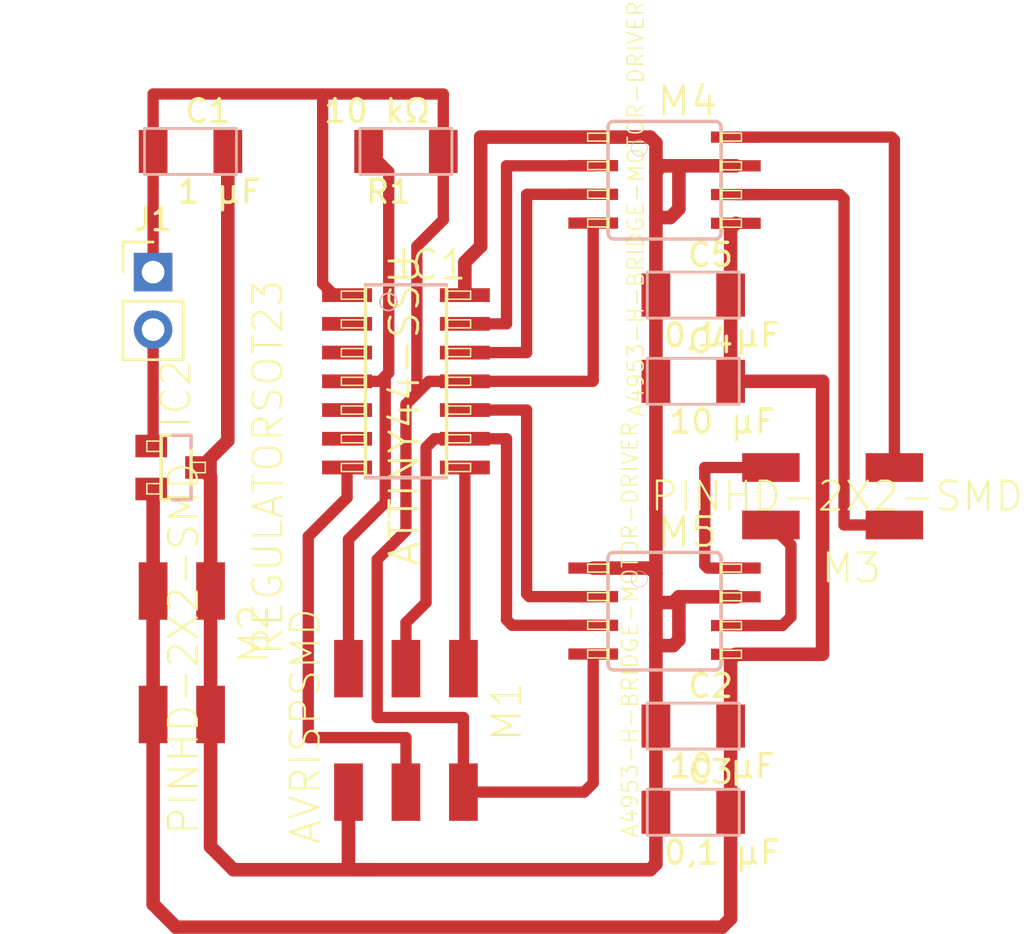
<source format=kicad_pcb>
(kicad_pcb (version 20171130) (host pcbnew "(5.0.2)-1")

  (general
    (thickness 1.6)
    (drawings 0)
    (tracks 145)
    (zones 0)
    (modules 14)
    (nets 20)
  )

  (page A4)
  (layers
    (0 F.Cu signal)
    (31 B.Cu signal)
    (32 B.Adhes user)
    (33 F.Adhes user)
    (34 B.Paste user)
    (35 F.Paste user)
    (36 B.SilkS user)
    (37 F.SilkS user)
    (38 B.Mask user)
    (39 F.Mask user)
    (40 Dwgs.User user)
    (41 Cmts.User user)
    (42 Eco1.User user)
    (43 Eco2.User user)
    (44 Edge.Cuts user)
    (45 Margin user)
    (46 B.CrtYd user)
    (47 F.CrtYd user)
    (48 B.Fab user)
    (49 F.Fab user)
  )

  (setup
    (last_trace_width 0.5)
    (trace_clearance 0.3)
    (zone_clearance 0.508)
    (zone_45_only no)
    (trace_min 0.2)
    (segment_width 0.2)
    (edge_width 0.05)
    (via_size 0.8)
    (via_drill 0.4)
    (via_min_size 0.4)
    (via_min_drill 0.3)
    (uvia_size 0.3)
    (uvia_drill 0.1)
    (uvias_allowed no)
    (uvia_min_size 0.2)
    (uvia_min_drill 0.1)
    (pcb_text_width 0.3)
    (pcb_text_size 1.5 1.5)
    (mod_edge_width 0.07)
    (mod_text_size 0.5 0.5)
    (mod_text_width 0.07)
    (pad_size 1.524 1.524)
    (pad_drill 0.762)
    (pad_to_mask_clearance 0.051)
    (solder_mask_min_width 0.25)
    (aux_axis_origin 114.3 109.22)
    (visible_elements 7FFFFFFF)
    (pcbplotparams
      (layerselection 0x00000_7fffffff)
      (usegerberextensions false)
      (usegerberattributes false)
      (usegerberadvancedattributes false)
      (creategerberjobfile false)
      (excludeedgelayer true)
      (linewidth 0.100000)
      (plotframeref false)
      (viasonmask false)
      (mode 1)
      (useauxorigin true)
      (hpglpennumber 1)
      (hpglpenspeed 20)
      (hpglpendiameter 15.000000)
      (psnegative false)
      (psa4output false)
      (plotreference true)
      (plotvalue true)
      (plotinvisibletext false)
      (padsonsilk false)
      (subtractmaskfromsilk false)
      (outputformat 1)
      (mirror false)
      (drillshape 0)
      (scaleselection 1)
      (outputdirectory ""))
  )

  (net 0 "")
  (net 1 GND)
  (net 2 VCC)
  (net 3 V)
  (net 4 "Net-(IC1-Pad13)")
  (net 5 "Net-(IC1-Pad12)")
  (net 6 "Net-(IC1-Pad10)")
  (net 7 "Net-(IC1-Pad9)")
  (net 8 "Net-(IC1-Pad8)")
  (net 9 "Net-(IC1-Pad7)")
  (net 10 "Net-(IC1-Pad6)")
  (net 11 "Net-(IC1-Pad5)")
  (net 12 "Net-(IC1-Pad4)")
  (net 13 "Net-(IC1-Pad3)")
  (net 14 "Net-(IC1-Pad2)")
  (net 15 "Net-(M3-Pad4)")
  (net 16 "Net-(M3-Pad3)")
  (net 17 "Net-(M3-Pad2)")
  (net 18 "Net-(M3-Pad1)")
  (net 19 "Net-(IC2-Pad1)")

  (net_class Default "This is the default net class."
    (clearance 0.3)
    (trace_width 0.5)
    (via_dia 0.8)
    (via_drill 0.4)
    (uvia_dia 0.3)
    (uvia_drill 0.1)
    (add_net "Net-(IC1-Pad10)")
    (add_net "Net-(IC1-Pad12)")
    (add_net "Net-(IC1-Pad13)")
    (add_net "Net-(IC1-Pad2)")
    (add_net "Net-(IC1-Pad3)")
    (add_net "Net-(IC1-Pad4)")
    (add_net "Net-(IC1-Pad5)")
    (add_net "Net-(IC1-Pad6)")
    (add_net "Net-(IC1-Pad7)")
    (add_net "Net-(IC1-Pad8)")
    (add_net "Net-(IC1-Pad9)")
    (add_net "Net-(IC2-Pad1)")
    (add_net "Net-(M3-Pad1)")
    (add_net "Net-(M3-Pad2)")
    (add_net "Net-(M3-Pad3)")
    (add_net "Net-(M3-Pad4)")
    (add_net VCC)
  )

  (net_class big ""
    (clearance 0.4)
    (trace_width 0.6)
    (via_dia 0.8)
    (via_drill 0.4)
    (uvia_dia 0.3)
    (uvia_drill 0.1)
    (add_net GND)
    (add_net V)
  )

  (module Connector_PinHeader_2.54mm:PinHeader_1x02_P2.54mm_Vertical (layer F.Cu) (tedit 59FED5CC) (tstamp 5CE8F6B9)
    (at 118.364 78.994)
    (descr "Through hole straight pin header, 1x02, 2.54mm pitch, single row")
    (tags "Through hole pin header THT 1x02 2.54mm single row")
    (path /5CDCFC8E)
    (fp_text reference J1 (at 0 -2.33) (layer F.SilkS)
      (effects (font (size 1 1) (thickness 0.15)))
    )
    (fp_text value Conn_01x02_Male (at 0 4.87) (layer F.Fab)
      (effects (font (size 1 1) (thickness 0.15)))
    )
    (fp_line (start -0.635 -1.27) (end 1.27 -1.27) (layer F.Fab) (width 0.1))
    (fp_line (start 1.27 -1.27) (end 1.27 3.81) (layer F.Fab) (width 0.1))
    (fp_line (start 1.27 3.81) (end -1.27 3.81) (layer F.Fab) (width 0.1))
    (fp_line (start -1.27 3.81) (end -1.27 -0.635) (layer F.Fab) (width 0.1))
    (fp_line (start -1.27 -0.635) (end -0.635 -1.27) (layer F.Fab) (width 0.1))
    (fp_line (start -1.33 3.87) (end 1.33 3.87) (layer F.SilkS) (width 0.12))
    (fp_line (start -1.33 1.27) (end -1.33 3.87) (layer F.SilkS) (width 0.12))
    (fp_line (start 1.33 1.27) (end 1.33 3.87) (layer F.SilkS) (width 0.12))
    (fp_line (start -1.33 1.27) (end 1.33 1.27) (layer F.SilkS) (width 0.12))
    (fp_line (start -1.33 0) (end -1.33 -1.33) (layer F.SilkS) (width 0.12))
    (fp_line (start -1.33 -1.33) (end 0 -1.33) (layer F.SilkS) (width 0.12))
    (fp_line (start -1.8 -1.8) (end -1.8 4.35) (layer F.CrtYd) (width 0.05))
    (fp_line (start -1.8 4.35) (end 1.8 4.35) (layer F.CrtYd) (width 0.05))
    (fp_line (start 1.8 4.35) (end 1.8 -1.8) (layer F.CrtYd) (width 0.05))
    (fp_line (start 1.8 -1.8) (end -1.8 -1.8) (layer F.CrtYd) (width 0.05))
    (fp_text user %R (at 0 1.27 90) (layer F.Fab)
      (effects (font (size 1 1) (thickness 0.15)))
    )
    (pad 1 thru_hole rect (at 0 0) (size 1.7 1.7) (drill 1) (layers *.Cu *.Mask)
      (net 2 VCC))
    (pad 2 thru_hole oval (at 0 2.54) (size 1.7 1.7) (drill 1) (layers *.Cu *.Mask)
      (net 19 "Net-(IC2-Pad1)"))
    (model ${KISYS3DMOD}/Connector_PinHeader_2.54mm.3dshapes/PinHeader_1x02_P2.54mm_Vertical.wrl
      (at (xyz 0 0 0))
      (scale (xyz 1 1 1))
      (rotate (xyz 0 0 0))
    )
  )

  (module fab:fab-R1206FAB (layer F.Cu) (tedit 200000) (tstamp 5CD9F140)
    (at 129.54 73.66 180)
    (path /5CD9A6EC)
    (attr smd)
    (fp_text reference R1 (at 0.762 -1.778) (layer F.SilkS)
      (effects (font (size 1.016 1.016) (thickness 0.1524)))
    )
    (fp_text value "10 kΩ" (at 1.27 1.778) (layer F.SilkS)
      (effects (font (size 1.016 1.016) (thickness 0.1524)))
    )
    (fp_line (start -2.032 1.016) (end -2.032 -1.016) (layer B.SilkS) (width 0.127))
    (fp_line (start 2.032 1.016) (end -2.032 1.016) (layer B.SilkS) (width 0.127))
    (fp_line (start 2.032 -1.016) (end 2.032 1.016) (layer B.SilkS) (width 0.127))
    (fp_line (start -2.032 -1.016) (end 2.032 -1.016) (layer B.SilkS) (width 0.127))
    (pad 2 smd rect (at 1.651 0 180) (size 1.27 1.905) (layers F.Cu F.Paste F.Mask)
      (net 12 "Net-(IC1-Pad4)"))
    (pad 1 smd rect (at -1.651 0 180) (size 1.27 1.905) (layers F.Cu F.Paste F.Mask)
      (net 2 VCC))
    (model ${KISYS3DMOD}/Resistor_SMD.3dshapes/R_1206_3216Metric.wrl
      (at (xyz 0 0 0))
      (scale (xyz 1 1 1))
      (rotate (xyz 0 0 0))
    )
  )

  (module fab:fab-SOIC8 (layer F.Cu) (tedit 200000) (tstamp 5CDC1256)
    (at 140.97 93.98 270)
    (descr "WIDE PLASTIC GULL WING SMALL OUTLINE PACKAGE")
    (tags "WIDE PLASTIC GULL WING SMALL OUTLINE PACKAGE")
    (path /5CD9BD3A)
    (attr smd)
    (fp_text reference M5 (at -3.4925 -1.016) (layer F.SilkS)
      (effects (font (size 1.27 1.27) (thickness 0.127)))
    )
    (fp_text value A4953-H-BRIDGE-MOTOR-DRIVER (at 0.8128 1.524 90) (layer F.SilkS)
      (effects (font (size 0.7 0.7) (thickness 0.07)))
    )
    (fp_arc (start -2.3495 2.2479) (end -2.3495 2.49936) (angle 90) (layer B.SilkS) (width 0.1524))
    (fp_arc (start 2.3495 2.2479) (end 2.59842 2.2479) (angle 90) (layer B.SilkS) (width 0.1524))
    (fp_arc (start 2.3495 -2.2479) (end 2.3495 -2.49936) (angle 90) (layer B.SilkS) (width 0.1524))
    (fp_arc (start -2.3495 -2.2479) (end -2.59842 -2.2479) (angle 90) (layer B.SilkS) (width 0.1524))
    (fp_circle (center -1.41986 1.11252) (end -1.66878 1.36144) (layer B.SilkS) (width 0.0254))
    (fp_line (start 2.59842 2.2479) (end 2.59842 -2.2479) (layer B.SilkS) (width 0.1524))
    (fp_line (start -2.59842 -2.2479) (end -2.59842 2.23774) (layer B.SilkS) (width 0.1524))
    (fp_line (start -2.2098 2.49936) (end -2.33934 2.49936) (layer B.SilkS) (width 0.1524))
    (fp_line (start -0.94996 2.49936) (end -1.5875 2.49936) (layer B.SilkS) (width 0.1524))
    (fp_line (start 0.3175 2.49936) (end -0.32766 2.49936) (layer B.SilkS) (width 0.1524))
    (fp_line (start 1.5875 2.49936) (end 0.9398 2.49936) (layer B.SilkS) (width 0.1524))
    (fp_line (start 2.19964 2.49936) (end 2.32918 2.49936) (layer B.SilkS) (width 0.1524))
    (fp_line (start 2.2098 -2.49936) (end 2.35966 -2.49936) (layer B.SilkS) (width 0.1524))
    (fp_line (start 0.94996 -2.49936) (end 1.5875 -2.49936) (layer B.SilkS) (width 0.1524))
    (fp_line (start -0.3175 -2.49936) (end 0.3175 -2.49936) (layer B.SilkS) (width 0.1524))
    (fp_line (start -1.5875 -2.49936) (end -0.94996 -2.49936) (layer B.SilkS) (width 0.1524))
    (fp_line (start -2.2098 -2.49936) (end -2.33934 -2.49936) (layer B.SilkS) (width 0.1524))
    (fp_line (start -2.33934 -2.49936) (end 2.35966 -2.49936) (layer F.SilkS) (width 0.1524))
    (fp_line (start 2.35966 2.49936) (end -2.33934 2.49936) (layer F.SilkS) (width 0.1524))
    (fp_line (start -2.07772 3.39852) (end -2.07772 2.49936) (layer F.SilkS) (width 0.06604))
    (fp_line (start -2.07772 2.49936) (end -1.72974 2.49936) (layer F.SilkS) (width 0.06604))
    (fp_line (start -1.72974 3.39852) (end -1.72974 2.49936) (layer F.SilkS) (width 0.06604))
    (fp_line (start -2.07772 3.39852) (end -1.72974 3.39852) (layer F.SilkS) (width 0.06604))
    (fp_line (start -0.81788 3.39852) (end -0.81788 2.49936) (layer F.SilkS) (width 0.06604))
    (fp_line (start -0.81788 2.49936) (end -0.4699 2.49936) (layer F.SilkS) (width 0.06604))
    (fp_line (start -0.4699 3.39852) (end -0.4699 2.49936) (layer F.SilkS) (width 0.06604))
    (fp_line (start -0.81788 3.39852) (end -0.4699 3.39852) (layer F.SilkS) (width 0.06604))
    (fp_line (start 0.44958 3.39852) (end 0.44958 2.49936) (layer F.SilkS) (width 0.06604))
    (fp_line (start 0.44958 2.49936) (end 0.79756 2.49936) (layer F.SilkS) (width 0.06604))
    (fp_line (start 0.79756 3.39852) (end 0.79756 2.49936) (layer F.SilkS) (width 0.06604))
    (fp_line (start 0.44958 3.39852) (end 0.79756 3.39852) (layer F.SilkS) (width 0.06604))
    (fp_line (start 1.71958 3.39852) (end 1.71958 2.49936) (layer F.SilkS) (width 0.06604))
    (fp_line (start 1.71958 2.49936) (end 2.06756 2.49936) (layer F.SilkS) (width 0.06604))
    (fp_line (start 2.06756 3.39852) (end 2.06756 2.49936) (layer F.SilkS) (width 0.06604))
    (fp_line (start 1.71958 3.39852) (end 2.06756 3.39852) (layer F.SilkS) (width 0.06604))
    (fp_line (start 1.72974 -2.49936) (end 1.72974 -3.39852) (layer F.SilkS) (width 0.06604))
    (fp_line (start 1.72974 -3.39852) (end 2.07772 -3.39852) (layer F.SilkS) (width 0.06604))
    (fp_line (start 2.07772 -2.49936) (end 2.07772 -3.39852) (layer F.SilkS) (width 0.06604))
    (fp_line (start 1.72974 -2.49936) (end 2.07772 -2.49936) (layer F.SilkS) (width 0.06604))
    (fp_line (start 0.45974 -2.49936) (end 0.45974 -3.39852) (layer F.SilkS) (width 0.06604))
    (fp_line (start 0.45974 -3.39852) (end 0.80772 -3.39852) (layer F.SilkS) (width 0.06604))
    (fp_line (start 0.80772 -2.49936) (end 0.80772 -3.39852) (layer F.SilkS) (width 0.06604))
    (fp_line (start 0.45974 -2.49936) (end 0.80772 -2.49936) (layer F.SilkS) (width 0.06604))
    (fp_line (start -0.80772 -2.49936) (end -0.80772 -3.39852) (layer F.SilkS) (width 0.06604))
    (fp_line (start -0.80772 -3.39852) (end -0.45974 -3.39852) (layer F.SilkS) (width 0.06604))
    (fp_line (start -0.45974 -2.49936) (end -0.45974 -3.39852) (layer F.SilkS) (width 0.06604))
    (fp_line (start -0.80772 -2.49936) (end -0.45974 -2.49936) (layer F.SilkS) (width 0.06604))
    (fp_line (start -2.07772 -2.49936) (end -2.07772 -3.39852) (layer F.SilkS) (width 0.06604))
    (fp_line (start -2.07772 -3.39852) (end -1.72974 -3.39852) (layer F.SilkS) (width 0.06604))
    (fp_line (start -1.72974 -2.49936) (end -1.72974 -3.39852) (layer F.SilkS) (width 0.06604))
    (fp_line (start -2.07772 -2.49936) (end -1.72974 -2.49936) (layer F.SilkS) (width 0.06604))
    (pad 8 smd rect (at -1.905 -3.15214 270) (size 0.49784 2.19964) (layers F.Cu F.Paste F.Mask)
      (net 15 "Net-(M3-Pad4)"))
    (pad 7 smd rect (at -0.635 -3.15214 270) (size 0.49784 2.19964) (layers F.Cu F.Paste F.Mask)
      (net 1 GND))
    (pad 6 smd rect (at 0.635 -3.15214 270) (size 0.49784 2.19964) (layers F.Cu F.Paste F.Mask)
      (net 17 "Net-(M3-Pad2)"))
    (pad 5 smd rect (at 1.905 -3.15214 270) (size 0.49784 2.19964) (layers F.Cu F.Paste F.Mask)
      (net 3 V))
    (pad 4 smd rect (at 1.89484 3.15214 270) (size 0.49784 2.19964) (layers F.Cu F.Paste F.Mask)
      (net 2 VCC))
    (pad 3 smd rect (at 0.62484 3.15214 270) (size 0.49784 2.19964) (layers F.Cu F.Paste F.Mask)
      (net 7 "Net-(IC1-Pad9)"))
    (pad 2 smd rect (at -0.64262 3.15214 270) (size 0.49784 2.19964) (layers F.Cu F.Paste F.Mask)
      (net 6 "Net-(IC1-Pad10)"))
    (pad 1 smd rect (at -1.905 3.15214 270) (size 0.49784 2.19964) (layers F.Cu F.Paste F.Mask)
      (net 1 GND))
    (model ${KISYS3DMOD}/Package_SO.3dshapes/SOIC-8-1EP_3.9x4.9mm_P1.27mm_EP2.35x2.35mm.step
      (at (xyz 0 0 0))
      (scale (xyz 1 1 1))
      (rotate (xyz 0 0 -90))
    )
  )

  (module fab:fab-SOIC8 (layer F.Cu) (tedit 200000) (tstamp 5CDA130C)
    (at 140.97 74.93 270)
    (descr "WIDE PLASTIC GULL WING SMALL OUTLINE PACKAGE")
    (tags "WIDE PLASTIC GULL WING SMALL OUTLINE PACKAGE")
    (path /5CDD0509)
    (attr smd)
    (fp_text reference M4 (at -3.4925 -1.016) (layer F.SilkS)
      (effects (font (size 1.27 1.27) (thickness 0.127)))
    )
    (fp_text value A4953-H-BRIDGE-MOTOR-DRIVER (at 1.27 1.27 90) (layer F.SilkS)
      (effects (font (size 0.7 0.7) (thickness 0.07)))
    )
    (fp_arc (start -2.3495 2.2479) (end -2.3495 2.49936) (angle 90) (layer B.SilkS) (width 0.1524))
    (fp_arc (start 2.3495 2.2479) (end 2.59842 2.2479) (angle 90) (layer B.SilkS) (width 0.1524))
    (fp_arc (start 2.3495 -2.2479) (end 2.3495 -2.49936) (angle 90) (layer B.SilkS) (width 0.1524))
    (fp_arc (start -2.3495 -2.2479) (end -2.59842 -2.2479) (angle 90) (layer B.SilkS) (width 0.1524))
    (fp_circle (center -1.41986 1.11252) (end -1.66878 1.36144) (layer B.SilkS) (width 0.0254))
    (fp_line (start 2.59842 2.2479) (end 2.59842 -2.2479) (layer B.SilkS) (width 0.1524))
    (fp_line (start -2.59842 -2.2479) (end -2.59842 2.23774) (layer B.SilkS) (width 0.1524))
    (fp_line (start -2.2098 2.49936) (end -2.33934 2.49936) (layer B.SilkS) (width 0.1524))
    (fp_line (start -0.94996 2.49936) (end -1.5875 2.49936) (layer B.SilkS) (width 0.1524))
    (fp_line (start 0.3175 2.49936) (end -0.32766 2.49936) (layer B.SilkS) (width 0.1524))
    (fp_line (start 1.5875 2.49936) (end 0.9398 2.49936) (layer B.SilkS) (width 0.1524))
    (fp_line (start 2.19964 2.49936) (end 2.32918 2.49936) (layer B.SilkS) (width 0.1524))
    (fp_line (start 2.2098 -2.49936) (end 2.35966 -2.49936) (layer B.SilkS) (width 0.1524))
    (fp_line (start 0.94996 -2.49936) (end 1.5875 -2.49936) (layer B.SilkS) (width 0.1524))
    (fp_line (start -0.3175 -2.49936) (end 0.3175 -2.49936) (layer B.SilkS) (width 0.1524))
    (fp_line (start -1.5875 -2.49936) (end -0.94996 -2.49936) (layer B.SilkS) (width 0.1524))
    (fp_line (start -2.2098 -2.49936) (end -2.33934 -2.49936) (layer B.SilkS) (width 0.1524))
    (fp_line (start -2.33934 -2.49936) (end 2.35966 -2.49936) (layer F.SilkS) (width 0.1524))
    (fp_line (start 2.35966 2.49936) (end -2.33934 2.49936) (layer F.SilkS) (width 0.1524))
    (fp_line (start -2.07772 3.39852) (end -2.07772 2.49936) (layer F.SilkS) (width 0.06604))
    (fp_line (start -2.07772 2.49936) (end -1.72974 2.49936) (layer F.SilkS) (width 0.06604))
    (fp_line (start -1.72974 3.39852) (end -1.72974 2.49936) (layer F.SilkS) (width 0.06604))
    (fp_line (start -2.07772 3.39852) (end -1.72974 3.39852) (layer F.SilkS) (width 0.06604))
    (fp_line (start -0.81788 3.39852) (end -0.81788 2.49936) (layer F.SilkS) (width 0.06604))
    (fp_line (start -0.81788 2.49936) (end -0.4699 2.49936) (layer F.SilkS) (width 0.06604))
    (fp_line (start -0.4699 3.39852) (end -0.4699 2.49936) (layer F.SilkS) (width 0.06604))
    (fp_line (start -0.81788 3.39852) (end -0.4699 3.39852) (layer F.SilkS) (width 0.06604))
    (fp_line (start 0.44958 3.39852) (end 0.44958 2.49936) (layer F.SilkS) (width 0.06604))
    (fp_line (start 0.44958 2.49936) (end 0.79756 2.49936) (layer F.SilkS) (width 0.06604))
    (fp_line (start 0.79756 3.39852) (end 0.79756 2.49936) (layer F.SilkS) (width 0.06604))
    (fp_line (start 0.44958 3.39852) (end 0.79756 3.39852) (layer F.SilkS) (width 0.06604))
    (fp_line (start 1.71958 3.39852) (end 1.71958 2.49936) (layer F.SilkS) (width 0.06604))
    (fp_line (start 1.71958 2.49936) (end 2.06756 2.49936) (layer F.SilkS) (width 0.06604))
    (fp_line (start 2.06756 3.39852) (end 2.06756 2.49936) (layer F.SilkS) (width 0.06604))
    (fp_line (start 1.71958 3.39852) (end 2.06756 3.39852) (layer F.SilkS) (width 0.06604))
    (fp_line (start 1.72974 -2.49936) (end 1.72974 -3.39852) (layer F.SilkS) (width 0.06604))
    (fp_line (start 1.72974 -3.39852) (end 2.07772 -3.39852) (layer F.SilkS) (width 0.06604))
    (fp_line (start 2.07772 -2.49936) (end 2.07772 -3.39852) (layer F.SilkS) (width 0.06604))
    (fp_line (start 1.72974 -2.49936) (end 2.07772 -2.49936) (layer F.SilkS) (width 0.06604))
    (fp_line (start 0.45974 -2.49936) (end 0.45974 -3.39852) (layer F.SilkS) (width 0.06604))
    (fp_line (start 0.45974 -3.39852) (end 0.80772 -3.39852) (layer F.SilkS) (width 0.06604))
    (fp_line (start 0.80772 -2.49936) (end 0.80772 -3.39852) (layer F.SilkS) (width 0.06604))
    (fp_line (start 0.45974 -2.49936) (end 0.80772 -2.49936) (layer F.SilkS) (width 0.06604))
    (fp_line (start -0.80772 -2.49936) (end -0.80772 -3.39852) (layer F.SilkS) (width 0.06604))
    (fp_line (start -0.80772 -3.39852) (end -0.45974 -3.39852) (layer F.SilkS) (width 0.06604))
    (fp_line (start -0.45974 -2.49936) (end -0.45974 -3.39852) (layer F.SilkS) (width 0.06604))
    (fp_line (start -0.80772 -2.49936) (end -0.45974 -2.49936) (layer F.SilkS) (width 0.06604))
    (fp_line (start -2.07772 -2.49936) (end -2.07772 -3.39852) (layer F.SilkS) (width 0.06604))
    (fp_line (start -2.07772 -3.39852) (end -1.72974 -3.39852) (layer F.SilkS) (width 0.06604))
    (fp_line (start -1.72974 -2.49936) (end -1.72974 -3.39852) (layer F.SilkS) (width 0.06604))
    (fp_line (start -2.07772 -2.49936) (end -1.72974 -2.49936) (layer F.SilkS) (width 0.06604))
    (pad 8 smd rect (at -1.905 -3.15214 270) (size 0.49784 2.19964) (layers F.Cu F.Paste F.Mask)
      (net 16 "Net-(M3-Pad3)"))
    (pad 7 smd rect (at -0.635 -3.15214 270) (size 0.49784 2.19964) (layers F.Cu F.Paste F.Mask)
      (net 1 GND))
    (pad 6 smd rect (at 0.635 -3.15214 270) (size 0.49784 2.19964) (layers F.Cu F.Paste F.Mask)
      (net 18 "Net-(M3-Pad1)"))
    (pad 5 smd rect (at 1.905 -3.15214 270) (size 0.49784 2.19964) (layers F.Cu F.Paste F.Mask)
      (net 3 V))
    (pad 4 smd rect (at 1.89484 3.15214 270) (size 0.49784 2.19964) (layers F.Cu F.Paste F.Mask)
      (net 2 VCC))
    (pad 3 smd rect (at 0.62484 3.15214 270) (size 0.49784 2.19964) (layers F.Cu F.Paste F.Mask)
      (net 5 "Net-(IC1-Pad12)"))
    (pad 2 smd rect (at -0.64262 3.15214 270) (size 0.49784 2.19964) (layers F.Cu F.Paste F.Mask)
      (net 4 "Net-(IC1-Pad13)"))
    (pad 1 smd rect (at -1.905 3.15214 270) (size 0.49784 2.19964) (layers F.Cu F.Paste F.Mask)
      (net 1 GND))
    (model ${KISYS3DMOD}/Package_SO.3dshapes/SOIC-8-1EP_3.9x4.9mm_P1.27mm_EP2.35x2.35mm.step
      (at (xyz 0 0 0))
      (scale (xyz 1 1 1))
      (rotate (xyz 0 0 -90))
    )
  )

  (module fab:fab-2X02SMD (layer F.Cu) (tedit 200000) (tstamp 5CD9F5DA)
    (at 148.59 88.9 180)
    (path /5CD9D5A9)
    (attr smd)
    (fp_text reference M3 (at -0.635 -3.175) (layer F.SilkS)
      (effects (font (size 1.27 1.27) (thickness 0.1016)))
    )
    (fp_text value PINHD-2X2-SMD (at 0 0) (layer F.SilkS)
      (effects (font (size 1.27 1.27) (thickness 0.1016)))
    )
    (pad 4 smd rect (at 2.91846 1.27 180) (size 2.54 1.27) (layers F.Cu F.Paste F.Mask)
      (net 15 "Net-(M3-Pad4)"))
    (pad 3 smd rect (at -2.54 1.27 180) (size 2.54 1.27) (layers F.Cu F.Paste F.Mask)
      (net 16 "Net-(M3-Pad3)"))
    (pad 2 smd rect (at 2.91846 -1.27 180) (size 2.54 1.27) (layers F.Cu F.Paste F.Mask)
      (net 17 "Net-(M3-Pad2)"))
    (pad 1 smd rect (at -2.54 -1.27 180) (size 2.54 1.27) (layers F.Cu F.Paste F.Mask)
      (net 18 "Net-(M3-Pad1)"))
    (model ${KISYS3DMOD}/Connector_PinHeader_2.54mm.3dshapes/PinHeader_2x02_P2.54mm_Vertical_SMD.step
      (at (xyz 0 0 0))
      (scale (xyz 1 1 1))
      (rotate (xyz 0 0 0))
    )
  )

  (module fab:fab-2X02SMD (layer F.Cu) (tedit 200000) (tstamp 5CD9F0B0)
    (at 119.634 95.62846 270)
    (path /5CD9ACD2)
    (attr smd)
    (fp_text reference M2 (at -0.635 -3.175 90) (layer F.SilkS)
      (effects (font (size 1.27 1.27) (thickness 0.1016)))
    )
    (fp_text value PINHD-2X2-SMD (at 0 -0.0762 90) (layer F.SilkS)
      (effects (font (size 1.27 1.27) (thickness 0.1016)))
    )
    (pad 4 smd rect (at 2.91846 1.27 270) (size 2.54 1.27) (layers F.Cu F.Paste F.Mask)
      (net 3 V))
    (pad 3 smd rect (at -2.54 1.27 270) (size 2.54 1.27) (layers F.Cu F.Paste F.Mask)
      (net 3 V))
    (pad 2 smd rect (at 2.91846 -1.27 270) (size 2.54 1.27) (layers F.Cu F.Paste F.Mask)
      (net 1 GND))
    (pad 1 smd rect (at -2.54 -1.27 270) (size 2.54 1.27) (layers F.Cu F.Paste F.Mask)
      (net 1 GND))
    (model ${KISYS3DMOD}/Connector_PinHeader_2.54mm.3dshapes/PinHeader_2x02_P2.54mm_Vertical_SMD.step
      (at (xyz 0 0 0))
      (scale (xyz 1 1 1))
      (rotate (xyz 0 0 0))
    )
  )

  (module fab:fab-2X03SMD (layer F.Cu) (tedit 200000) (tstamp 5CD9F0A8)
    (at 129.54 99.06 270)
    (path /5CD9B38B)
    (attr smd)
    (fp_text reference M1 (at -0.635 -4.445 90) (layer F.SilkS)
      (effects (font (size 1.27 1.27) (thickness 0.1016)))
    )
    (fp_text value AVRISPSMD (at 0 4.445 90) (layer F.SilkS)
      (effects (font (size 1.27 1.27) (thickness 0.1016)))
    )
    (pad 6 smd rect (at 2.91846 2.54 270) (size 2.54 1.27) (layers F.Cu F.Paste F.Mask)
      (net 1 GND))
    (pad 5 smd rect (at -2.54 2.54 270) (size 2.54 1.27) (layers F.Cu F.Paste F.Mask)
      (net 12 "Net-(IC1-Pad4)"))
    (pad 4 smd rect (at 2.91846 0 270) (size 2.54 1.27) (layers F.Cu F.Paste F.Mask)
      (net 9 "Net-(IC1-Pad7)"))
    (pad 3 smd rect (at -2.54 0 270) (size 2.54 1.27) (layers F.Cu F.Paste F.Mask)
      (net 7 "Net-(IC1-Pad9)"))
    (pad 2 smd rect (at 2.91846 -2.54 270) (size 2.54 1.27) (layers F.Cu F.Paste F.Mask)
      (net 2 VCC))
    (pad 1 smd rect (at -2.54 -2.54 270) (size 2.54 1.27) (layers F.Cu F.Paste F.Mask)
      (net 8 "Net-(IC1-Pad8)"))
    (model Pin_Headers.3dshapes/Pin_Header_Straight_2x03.wrl
      (at (xyz 0 0 0))
      (scale (xyz 1 1 1))
      (rotate (xyz 0 0 -90))
    )
    (model ${KISYS3DMOD}/Connector_PinHeader_2.54mm.3dshapes/PinHeader_2x03_P2.54mm_Vertical_SMD.step
      (at (xyz 0 0 0))
      (scale (xyz 1 1 1))
      (rotate (xyz 0 0 0))
    )
  )

  (module fab:fab-SOT23 (layer F.Cu) (tedit 200000) (tstamp 5CD9FC07)
    (at 119.38 87.63 270)
    (descr "SOT 23")
    (tags "SOT 23")
    (path /5CD9B86C)
    (attr smd)
    (fp_text reference IC2 (at -3.2512 0 90) (layer F.SilkS)
      (effects (font (size 1.27 1.27) (thickness 0.1016)))
    )
    (fp_text value REGULATORSOT23 (at 0 -4.064 90) (layer F.SilkS)
      (effects (font (size 1.27 1.27) (thickness 0.1016)))
    )
    (fp_line (start 0.8636 -0.6604) (end 1.4224 -0.6604) (layer B.SilkS) (width 0.1524))
    (fp_line (start 1.4224 -0.6604) (end 1.4224 0.1524) (layer B.SilkS) (width 0.1524))
    (fp_line (start -1.4224 -0.6604) (end -0.8636 -0.6604) (layer B.SilkS) (width 0.1524))
    (fp_line (start -1.4224 0.1524) (end -1.4224 -0.6604) (layer B.SilkS) (width 0.1524))
    (fp_line (start -1.4224 -0.6604) (end 1.4224 -0.6604) (layer F.SilkS) (width 0.1524))
    (fp_line (start -1.4224 0.6604) (end -1.4224 -0.6604) (layer F.SilkS) (width 0.1524))
    (fp_line (start 1.4224 0.6604) (end -1.4224 0.6604) (layer F.SilkS) (width 0.1524))
    (fp_line (start 1.4224 -0.6604) (end 1.4224 0.6604) (layer F.SilkS) (width 0.1524))
    (fp_line (start -1.1684 1.29286) (end -1.1684 0.7112) (layer F.SilkS) (width 0.06604))
    (fp_line (start -1.1684 0.7112) (end -0.7112 0.7112) (layer F.SilkS) (width 0.06604))
    (fp_line (start -0.7112 1.29286) (end -0.7112 0.7112) (layer F.SilkS) (width 0.06604))
    (fp_line (start -1.1684 1.29286) (end -0.7112 1.29286) (layer F.SilkS) (width 0.06604))
    (fp_line (start 0.7112 1.29286) (end 0.7112 0.7112) (layer F.SilkS) (width 0.06604))
    (fp_line (start 0.7112 0.7112) (end 1.1684 0.7112) (layer F.SilkS) (width 0.06604))
    (fp_line (start 1.1684 1.29286) (end 1.1684 0.7112) (layer F.SilkS) (width 0.06604))
    (fp_line (start 0.7112 1.29286) (end 1.1684 1.29286) (layer F.SilkS) (width 0.06604))
    (fp_line (start -0.2286 -0.7112) (end -0.2286 -1.29286) (layer F.SilkS) (width 0.06604))
    (fp_line (start -0.2286 -1.29286) (end 0.2286 -1.29286) (layer F.SilkS) (width 0.06604))
    (fp_line (start 0.2286 -0.7112) (end 0.2286 -1.29286) (layer F.SilkS) (width 0.06604))
    (fp_line (start -0.2286 -0.7112) (end 0.2286 -0.7112) (layer F.SilkS) (width 0.06604))
    (pad 3 smd rect (at 0 -1.09982 270) (size 0.99822 1.39954) (layers F.Cu F.Paste F.Mask)
      (net 1 GND))
    (pad 2 smd rect (at 0.94996 1.09982 270) (size 0.99822 1.39954) (layers F.Cu F.Paste F.Mask)
      (net 3 V))
    (pad 1 smd rect (at -0.94996 1.09982 270) (size 0.99822 1.39954) (layers F.Cu F.Paste F.Mask)
      (net 19 "Net-(IC2-Pad1)"))
    (model ${KISYS3DMOD}/Package_TO_SOT_SMD.3dshapes/SOT-23.wrl
      (at (xyz 0 0 0))
      (scale (xyz 1 1 1))
      (rotate (xyz 0 0 -90))
    )
  )

  (module fab:fab-SOIC14 (layer F.Cu) (tedit 200000) (tstamp 5CD9F9A3)
    (at 129.54 83.82 270)
    (descr "SMALL OUTLINE PACKAGE")
    (tags "SMALL OUTLINE PACKAGE")
    (path /5CD99E0B)
    (attr smd)
    (fp_text reference IC1 (at -5.1435 -1.143) (layer F.SilkS)
      (effects (font (size 1.27 1.27) (thickness 0.127)))
    )
    (fp_text value ATTINY44-SSU (at 1.27 0.0635 90) (layer F.SilkS)
      (effects (font (size 1.27 1.27) (thickness 0.127)))
    )
    (fp_circle (center -3.5052 0.7747) (end -3.7719 1.0414) (layer B.SilkS) (width 0.0762))
    (fp_line (start -4.26466 -1.7907) (end -4.26466 1.7907) (layer B.SilkS) (width 0.1524))
    (fp_line (start 4.26466 -1.7907) (end -4.26466 -1.7907) (layer F.SilkS) (width 0.1524))
    (fp_line (start 4.26466 1.7907) (end 4.26466 -1.7907) (layer B.SilkS) (width 0.1524))
    (fp_line (start -4.26466 1.7907) (end 4.26466 1.7907) (layer F.SilkS) (width 0.1524))
    (fp_line (start -3.9878 2.8575) (end -3.9878 1.8415) (layer F.SilkS) (width 0.06604))
    (fp_line (start -3.9878 1.8415) (end -3.62966 1.8415) (layer F.SilkS) (width 0.06604))
    (fp_line (start -3.62966 2.8575) (end -3.62966 1.8415) (layer F.SilkS) (width 0.06604))
    (fp_line (start -3.9878 2.8575) (end -3.62966 2.8575) (layer F.SilkS) (width 0.06604))
    (fp_line (start -2.7178 2.8575) (end -2.7178 1.8415) (layer F.SilkS) (width 0.06604))
    (fp_line (start -2.7178 1.8415) (end -2.3622 1.8415) (layer F.SilkS) (width 0.06604))
    (fp_line (start -2.3622 2.8575) (end -2.3622 1.8415) (layer F.SilkS) (width 0.06604))
    (fp_line (start -2.7178 2.8575) (end -2.3622 2.8575) (layer F.SilkS) (width 0.06604))
    (fp_line (start -1.4478 2.8575) (end -1.4478 1.8415) (layer F.SilkS) (width 0.06604))
    (fp_line (start -1.4478 1.8415) (end -1.08966 1.8415) (layer F.SilkS) (width 0.06604))
    (fp_line (start -1.08966 2.8575) (end -1.08966 1.8415) (layer F.SilkS) (width 0.06604))
    (fp_line (start -1.4478 2.8575) (end -1.08966 2.8575) (layer F.SilkS) (width 0.06604))
    (fp_line (start -0.1778 2.8575) (end -0.1778 1.8415) (layer F.SilkS) (width 0.06604))
    (fp_line (start -0.1778 1.8415) (end 0.1778 1.8415) (layer F.SilkS) (width 0.06604))
    (fp_line (start 0.1778 2.8575) (end 0.1778 1.8415) (layer F.SilkS) (width 0.06604))
    (fp_line (start -0.1778 2.8575) (end 0.1778 2.8575) (layer F.SilkS) (width 0.06604))
    (fp_line (start 1.08966 2.8575) (end 1.08966 1.8415) (layer F.SilkS) (width 0.06604))
    (fp_line (start 1.08966 1.8415) (end 1.4478 1.8415) (layer F.SilkS) (width 0.06604))
    (fp_line (start 1.4478 2.8575) (end 1.4478 1.8415) (layer F.SilkS) (width 0.06604))
    (fp_line (start 1.08966 2.8575) (end 1.4478 2.8575) (layer F.SilkS) (width 0.06604))
    (fp_line (start 2.3622 2.8575) (end 2.3622 1.8415) (layer F.SilkS) (width 0.06604))
    (fp_line (start 2.3622 1.8415) (end 2.7178 1.8415) (layer F.SilkS) (width 0.06604))
    (fp_line (start 2.7178 2.8575) (end 2.7178 1.8415) (layer F.SilkS) (width 0.06604))
    (fp_line (start 2.3622 2.8575) (end 2.7178 2.8575) (layer F.SilkS) (width 0.06604))
    (fp_line (start 3.62966 2.8575) (end 3.62966 1.8415) (layer F.SilkS) (width 0.06604))
    (fp_line (start 3.62966 1.8415) (end 3.9878 1.8415) (layer F.SilkS) (width 0.06604))
    (fp_line (start 3.9878 2.8575) (end 3.9878 1.8415) (layer F.SilkS) (width 0.06604))
    (fp_line (start 3.62966 2.8575) (end 3.9878 2.8575) (layer F.SilkS) (width 0.06604))
    (fp_line (start 3.62966 -1.8415) (end 3.62966 -2.8575) (layer F.SilkS) (width 0.06604))
    (fp_line (start 3.62966 -2.8575) (end 3.9878 -2.8575) (layer F.SilkS) (width 0.06604))
    (fp_line (start 3.9878 -1.8415) (end 3.9878 -2.8575) (layer F.SilkS) (width 0.06604))
    (fp_line (start 3.62966 -1.8415) (end 3.9878 -1.8415) (layer F.SilkS) (width 0.06604))
    (fp_line (start 2.3622 -1.8415) (end 2.3622 -2.8575) (layer F.SilkS) (width 0.06604))
    (fp_line (start 2.3622 -2.8575) (end 2.7178 -2.8575) (layer F.SilkS) (width 0.06604))
    (fp_line (start 2.7178 -1.8415) (end 2.7178 -2.8575) (layer F.SilkS) (width 0.06604))
    (fp_line (start 2.3622 -1.8415) (end 2.7178 -1.8415) (layer F.SilkS) (width 0.06604))
    (fp_line (start 1.08966 -1.8415) (end 1.08966 -2.8575) (layer F.SilkS) (width 0.06604))
    (fp_line (start 1.08966 -2.8575) (end 1.4478 -2.8575) (layer F.SilkS) (width 0.06604))
    (fp_line (start 1.4478 -1.8415) (end 1.4478 -2.8575) (layer F.SilkS) (width 0.06604))
    (fp_line (start 1.08966 -1.8415) (end 1.4478 -1.8415) (layer F.SilkS) (width 0.06604))
    (fp_line (start -0.1778 -1.8415) (end -0.1778 -2.8575) (layer F.SilkS) (width 0.06604))
    (fp_line (start -0.1778 -2.8575) (end 0.1778 -2.8575) (layer F.SilkS) (width 0.06604))
    (fp_line (start 0.1778 -1.8415) (end 0.1778 -2.8575) (layer F.SilkS) (width 0.06604))
    (fp_line (start -0.1778 -1.8415) (end 0.1778 -1.8415) (layer F.SilkS) (width 0.06604))
    (fp_line (start -1.4478 -1.8415) (end -1.4478 -2.8575) (layer F.SilkS) (width 0.06604))
    (fp_line (start -1.4478 -2.8575) (end -1.08966 -2.8575) (layer F.SilkS) (width 0.06604))
    (fp_line (start -1.08966 -1.8415) (end -1.08966 -2.8575) (layer F.SilkS) (width 0.06604))
    (fp_line (start -1.4478 -1.8415) (end -1.08966 -1.8415) (layer F.SilkS) (width 0.06604))
    (fp_line (start -2.7178 -1.8415) (end -2.7178 -2.8575) (layer F.SilkS) (width 0.06604))
    (fp_line (start -2.7178 -2.8575) (end -2.3622 -2.8575) (layer F.SilkS) (width 0.06604))
    (fp_line (start -2.3622 -1.8415) (end -2.3622 -2.8575) (layer F.SilkS) (width 0.06604))
    (fp_line (start -2.7178 -1.8415) (end -2.3622 -1.8415) (layer F.SilkS) (width 0.06604))
    (fp_line (start -3.9878 -1.8415) (end -3.9878 -2.8575) (layer F.SilkS) (width 0.06604))
    (fp_line (start -3.9878 -2.8575) (end -3.62966 -2.8575) (layer F.SilkS) (width 0.06604))
    (fp_line (start -3.62966 -1.8415) (end -3.62966 -2.8575) (layer F.SilkS) (width 0.06604))
    (fp_line (start -3.9878 -1.8415) (end -3.62966 -1.8415) (layer F.SilkS) (width 0.06604))
    (pad 14 smd rect (at -3.81 -2.6035 270) (size 0.6096 2.20726) (layers F.Cu F.Paste F.Mask)
      (net 1 GND))
    (pad 13 smd rect (at -2.54 -2.6035 270) (size 0.6096 2.20726) (layers F.Cu F.Paste F.Mask)
      (net 4 "Net-(IC1-Pad13)"))
    (pad 12 smd rect (at -1.27 -2.6035 270) (size 0.6096 2.20726) (layers F.Cu F.Paste F.Mask)
      (net 5 "Net-(IC1-Pad12)"))
    (pad 11 smd rect (at 0 -2.6035 270) (size 0.6096 2.20726) (layers F.Cu F.Paste F.Mask)
      (net 2 VCC))
    (pad 10 smd rect (at 1.27 -2.6035 270) (size 0.6096 2.20726) (layers F.Cu F.Paste F.Mask)
      (net 6 "Net-(IC1-Pad10)"))
    (pad 9 smd rect (at 2.54 -2.6035 270) (size 0.6096 2.20726) (layers F.Cu F.Paste F.Mask)
      (net 7 "Net-(IC1-Pad9)"))
    (pad 8 smd rect (at 3.81 -2.6035 270) (size 0.6096 2.20726) (layers F.Cu F.Paste F.Mask)
      (net 8 "Net-(IC1-Pad8)"))
    (pad 7 smd rect (at 3.81 2.6035 270) (size 0.6096 2.20726) (layers F.Cu F.Paste F.Mask)
      (net 9 "Net-(IC1-Pad7)"))
    (pad 6 smd rect (at 2.54 2.6035 270) (size 0.6096 2.20726) (layers F.Cu F.Paste F.Mask)
      (net 10 "Net-(IC1-Pad6)"))
    (pad 5 smd rect (at 1.27 2.6035 270) (size 0.6096 2.20726) (layers F.Cu F.Paste F.Mask)
      (net 11 "Net-(IC1-Pad5)"))
    (pad 4 smd rect (at 0 2.6035 270) (size 0.6096 2.20726) (layers F.Cu F.Paste F.Mask)
      (net 12 "Net-(IC1-Pad4)"))
    (pad 3 smd rect (at -1.27 2.6035 270) (size 0.6096 2.20726) (layers F.Cu F.Paste F.Mask)
      (net 13 "Net-(IC1-Pad3)"))
    (pad 2 smd rect (at -2.54 2.6035 270) (size 0.6096 2.20726) (layers F.Cu F.Paste F.Mask)
      (net 14 "Net-(IC1-Pad2)"))
    (pad 1 smd rect (at -3.81 2.6035 270) (size 0.6096 2.20726) (layers F.Cu F.Paste F.Mask)
      (net 2 VCC))
    (model ${KISYS3DMOD}/Package_SO.3dshapes/SOIC-14_3.9x8.7mm_P1.27mm.wrl
      (at (xyz 0 0 0))
      (scale (xyz 1 1 1))
      (rotate (xyz 0 0 -90))
    )
  )

  (module fab:fab-C1206FAB (layer F.Cu) (tedit 200000) (tstamp 5CD9F034)
    (at 142.24 80.01)
    (path /5CDA29DF)
    (attr smd)
    (fp_text reference C5 (at 0.762 -1.778) (layer F.SilkS)
      (effects (font (size 1.016 1.016) (thickness 0.1524)))
    )
    (fp_text value "0,1 μF" (at 1.27 1.778) (layer F.SilkS)
      (effects (font (size 1.016 1.016) (thickness 0.1524)))
    )
    (fp_line (start -2.032 1.016) (end -2.032 -1.016) (layer B.SilkS) (width 0.127))
    (fp_line (start 2.032 1.016) (end -2.032 1.016) (layer B.SilkS) (width 0.127))
    (fp_line (start 2.032 -1.016) (end 2.032 1.016) (layer B.SilkS) (width 0.127))
    (fp_line (start -2.032 -1.016) (end 2.032 -1.016) (layer B.SilkS) (width 0.127))
    (pad 2 smd rect (at 1.651 0) (size 1.27 1.905) (layers F.Cu F.Paste F.Mask)
      (net 3 V))
    (pad 1 smd rect (at -1.651 0) (size 1.27 1.905) (layers F.Cu F.Paste F.Mask)
      (net 1 GND))
    (model ${KISYS3DMOD}/Capacitor_SMD.3dshapes/C_1206_3216Metric.step
      (at (xyz 0 0 0))
      (scale (xyz 1 1 1))
      (rotate (xyz 0 0 0))
    )
  )

  (module fab:fab-C1206FAB (layer F.Cu) (tedit 200000) (tstamp 5CD9F02A)
    (at 142.24 83.82)
    (path /5CDA1F6D)
    (attr smd)
    (fp_text reference C4 (at 0.762 -1.778) (layer F.SilkS)
      (effects (font (size 1.016 1.016) (thickness 0.1524)))
    )
    (fp_text value "10 μF" (at 1.27 1.778) (layer F.SilkS)
      (effects (font (size 1.016 1.016) (thickness 0.1524)))
    )
    (fp_line (start -2.032 1.016) (end -2.032 -1.016) (layer B.SilkS) (width 0.127))
    (fp_line (start 2.032 1.016) (end -2.032 1.016) (layer B.SilkS) (width 0.127))
    (fp_line (start 2.032 -1.016) (end 2.032 1.016) (layer B.SilkS) (width 0.127))
    (fp_line (start -2.032 -1.016) (end 2.032 -1.016) (layer B.SilkS) (width 0.127))
    (pad 2 smd rect (at 1.651 0) (size 1.27 1.905) (layers F.Cu F.Paste F.Mask)
      (net 3 V))
    (pad 1 smd rect (at -1.651 0) (size 1.27 1.905) (layers F.Cu F.Paste F.Mask)
      (net 1 GND))
    (model ${KISYS3DMOD}/Capacitor_SMD.3dshapes/C_1206_3216Metric.step
      (at (xyz 0 0 0))
      (scale (xyz 1 1 1))
      (rotate (xyz 0 0 0))
    )
  )

  (module fab:fab-C1206FAB (layer F.Cu) (tedit 200000) (tstamp 5CD9F020)
    (at 142.24 102.87)
    (path /5CD9F83B)
    (attr smd)
    (fp_text reference C3 (at 0.762 -1.778) (layer F.SilkS)
      (effects (font (size 1.016 1.016) (thickness 0.1524)))
    )
    (fp_text value "0,1 μF" (at 1.27 1.778) (layer F.SilkS)
      (effects (font (size 1.016 1.016) (thickness 0.1524)))
    )
    (fp_line (start -2.032 1.016) (end -2.032 -1.016) (layer B.SilkS) (width 0.127))
    (fp_line (start 2.032 1.016) (end -2.032 1.016) (layer B.SilkS) (width 0.127))
    (fp_line (start 2.032 -1.016) (end 2.032 1.016) (layer B.SilkS) (width 0.127))
    (fp_line (start -2.032 -1.016) (end 2.032 -1.016) (layer B.SilkS) (width 0.127))
    (pad 2 smd rect (at 1.651 0) (size 1.27 1.905) (layers F.Cu F.Paste F.Mask)
      (net 3 V))
    (pad 1 smd rect (at -1.651 0) (size 1.27 1.905) (layers F.Cu F.Paste F.Mask)
      (net 1 GND))
    (model ${KISYS3DMOD}/Capacitor_SMD.3dshapes/C_1206_3216Metric.step
      (at (xyz 0 0 0))
      (scale (xyz 1 1 1))
      (rotate (xyz 0 0 0))
    )
  )

  (module fab:fab-C1206FAB (layer F.Cu) (tedit 200000) (tstamp 5CD9F016)
    (at 142.24 99.06)
    (path /5CD9DF23)
    (attr smd)
    (fp_text reference C2 (at 0.762 -1.778) (layer F.SilkS)
      (effects (font (size 1.016 1.016) (thickness 0.1524)))
    )
    (fp_text value "10 μF" (at 1.27 1.778) (layer F.SilkS)
      (effects (font (size 1.016 1.016) (thickness 0.1524)))
    )
    (fp_line (start -2.032 1.016) (end -2.032 -1.016) (layer B.SilkS) (width 0.127))
    (fp_line (start 2.032 1.016) (end -2.032 1.016) (layer B.SilkS) (width 0.127))
    (fp_line (start 2.032 -1.016) (end 2.032 1.016) (layer B.SilkS) (width 0.127))
    (fp_line (start -2.032 -1.016) (end 2.032 -1.016) (layer B.SilkS) (width 0.127))
    (pad 2 smd rect (at 1.651 0) (size 1.27 1.905) (layers F.Cu F.Paste F.Mask)
      (net 3 V))
    (pad 1 smd rect (at -1.651 0) (size 1.27 1.905) (layers F.Cu F.Paste F.Mask)
      (net 1 GND))
    (model ${KISYS3DMOD}/Capacitor_SMD.3dshapes/C_1206_3216Metric.step
      (at (xyz 0 0 0))
      (scale (xyz 1 1 1))
      (rotate (xyz 0 0 0))
    )
  )

  (module fab:fab-C1206FAB (layer F.Cu) (tedit 200000) (tstamp 5CD9F00C)
    (at 120.015 73.66)
    (path /5CD9A2F0)
    (attr smd)
    (fp_text reference C1 (at 0.762 -1.778) (layer F.SilkS)
      (effects (font (size 1.016 1.016) (thickness 0.1524)))
    )
    (fp_text value "1 μF" (at 1.27 1.778) (layer F.SilkS)
      (effects (font (size 1.016 1.016) (thickness 0.1524)))
    )
    (fp_line (start -2.032 1.016) (end -2.032 -1.016) (layer B.SilkS) (width 0.127))
    (fp_line (start 2.032 1.016) (end -2.032 1.016) (layer B.SilkS) (width 0.127))
    (fp_line (start 2.032 -1.016) (end 2.032 1.016) (layer B.SilkS) (width 0.127))
    (fp_line (start -2.032 -1.016) (end 2.032 -1.016) (layer B.SilkS) (width 0.127))
    (pad 2 smd rect (at 1.651 0) (size 1.27 1.905) (layers F.Cu F.Paste F.Mask)
      (net 1 GND))
    (pad 1 smd rect (at -1.651 0) (size 1.27 1.905) (layers F.Cu F.Paste F.Mask)
      (net 2 VCC))
    (model ${KISYS3DMOD}/Capacitor_SMD.3dshapes/C_1206_3216Metric.step
      (at (xyz 0 0 0))
      (scale (xyz 1 1 1))
      (rotate (xyz 0 0 0))
    )
  )

  (segment (start 127 105.41) (end 127 101.97846) (width 0.6) (layer F.Cu) (net 1))
  (segment (start 140.589 105.156) (end 140.589 102.87) (width 0.6) (layer F.Cu) (net 1))
  (segment (start 140.335 105.41) (end 140.589 105.156) (width 0.6) (layer F.Cu) (net 1))
  (segment (start 140.589 102.87) (end 140.589 99.06) (width 0.6) (layer F.Cu) (net 1))
  (segment (start 140.335 92.075) (end 137.81786 92.075) (width 0.6) (layer F.Cu) (net 1))
  (segment (start 140.589 92.329) (end 140.335 92.075) (width 0.6) (layer F.Cu) (net 1))
  (segment (start 140.589 93.599) (end 140.589 92.329) (width 0.6) (layer F.Cu) (net 1))
  (segment (start 140.589 94.996) (end 140.589 93.599) (width 0.6) (layer F.Cu) (net 1))
  (segment (start 140.589 92.329) (end 140.589 83.82) (width 0.6) (layer F.Cu) (net 1))
  (segment (start 140.589 83.82) (end 140.589 80.01) (width 0.6) (layer F.Cu) (net 1))
  (segment (start 140.335 73.025) (end 137.81786 73.025) (width 0.6) (layer F.Cu) (net 1))
  (segment (start 140.589 73.279) (end 140.335 73.025) (width 0.6) (layer F.Cu) (net 1))
  (segment (start 140.589 76.581) (end 141.224 76.581) (width 0.6) (layer F.Cu) (net 1))
  (segment (start 140.589 80.01) (end 140.589 76.581) (width 0.6) (layer F.Cu) (net 1))
  (segment (start 141.224 76.581) (end 141.605 76.2) (width 0.6) (layer F.Cu) (net 1))
  (segment (start 141.605 76.2) (end 141.605 74.295) (width 0.6) (layer F.Cu) (net 1))
  (segment (start 141.605 74.295) (end 144.12214 74.295) (width 0.6) (layer F.Cu) (net 1))
  (segment (start 140.843 74.295) (end 140.589 74.549) (width 0.6) (layer F.Cu) (net 1))
  (segment (start 141.605 74.295) (end 140.843 74.295) (width 0.6) (layer F.Cu) (net 1))
  (segment (start 140.589 76.581) (end 140.589 74.549) (width 0.6) (layer F.Cu) (net 1))
  (segment (start 140.589 74.549) (end 140.589 73.279) (width 0.6) (layer F.Cu) (net 1))
  (segment (start 140.589 95.504) (end 141.351 95.504) (width 0.6) (layer F.Cu) (net 1))
  (segment (start 140.589 95.504) (end 140.589 94.996) (width 0.6) (layer F.Cu) (net 1))
  (segment (start 140.589 99.06) (end 140.589 95.504) (width 0.6) (layer F.Cu) (net 1))
  (segment (start 141.351 95.504) (end 141.605 95.25) (width 0.6) (layer F.Cu) (net 1))
  (segment (start 141.605 95.25) (end 141.605 93.345) (width 0.6) (layer F.Cu) (net 1))
  (segment (start 141.605 93.345) (end 144.145 93.345) (width 0.6) (layer F.Cu) (net 1))
  (segment (start 144.145 93.345) (end 144.12214 93.345) (width 0.6) (layer F.Cu) (net 1))
  (segment (start 141.351 93.599) (end 141.605 93.345) (width 0.6) (layer F.Cu) (net 1))
  (segment (start 140.589 93.599) (end 141.351 93.599) (width 0.6) (layer F.Cu) (net 1))
  (segment (start 132.1435 80.01) (end 132.1435 78.5495) (width 0.6) (layer F.Cu) (net 1))
  (segment (start 132.1435 78.5495) (end 132.842 77.851) (width 0.6) (layer F.Cu) (net 1))
  (segment (start 132.842 77.851) (end 132.842 73.025) (width 0.6) (layer F.Cu) (net 1))
  (segment (start 132.842 73.025) (end 137.81786 73.025) (width 0.6) (layer F.Cu) (net 1))
  (segment (start 120.777 87.92718) (end 120.47982 87.63) (width 0.6) (layer F.Cu) (net 1))
  (segment (start 120.904 98.54692) (end 120.904 93.08846) (width 0.6) (layer F.Cu) (net 1))
  (segment (start 128.27 105.41) (end 121.92 105.41) (width 0.6) (layer F.Cu) (net 1))
  (segment (start 128.27 105.41) (end 140.335 105.41) (width 0.6) (layer F.Cu) (net 1))
  (segment (start 127 105.41) (end 128.27 105.41) (width 0.6) (layer F.Cu) (net 1))
  (segment (start 120.904 104.394) (end 120.904 98.54692) (width 0.6) (layer F.Cu) (net 1))
  (segment (start 121.92 105.41) (end 120.904 104.394) (width 0.6) (layer F.Cu) (net 1))
  (segment (start 120.904 88.05418) (end 120.47982 87.63) (width 0.6) (layer F.Cu) (net 1))
  (segment (start 120.904 93.08846) (end 120.904 88.05418) (width 0.6) (layer F.Cu) (net 1))
  (segment (start 121.666 86.44382) (end 120.47982 87.63) (width 0.6) (layer F.Cu) (net 1))
  (segment (start 121.666 73.66) (end 121.666 86.44382) (width 0.6) (layer F.Cu) (net 1))
  (segment (start 132.08 101.97846) (end 137.41654 101.97846) (width 0.5) (layer F.Cu) (net 2))
  (segment (start 137.81786 101.57714) (end 137.81786 95.87484) (width 0.5) (layer F.Cu) (net 2))
  (segment (start 137.41654 101.97846) (end 137.81786 101.57714) (width 0.5) (layer F.Cu) (net 2))
  (segment (start 132.1435 83.82) (end 137.795 83.82) (width 0.5) (layer F.Cu) (net 2))
  (segment (start 137.81786 83.79714) (end 137.81786 76.82484) (width 0.5) (layer F.Cu) (net 2))
  (segment (start 137.795 83.82) (end 137.81786 83.79714) (width 0.5) (layer F.Cu) (net 2))
  (segment (start 126.9365 80.01) (end 126.365 80.01) (width 0.5) (layer F.Cu) (net 2))
  (segment (start 126.365 80.01) (end 125.857 79.502) (width 0.5) (layer F.Cu) (net 2))
  (segment (start 125.857 79.502) (end 125.857 71.12) (width 0.5) (layer F.Cu) (net 2))
  (segment (start 125.857 71.12) (end 131.191 71.12) (width 0.5) (layer F.Cu) (net 2))
  (segment (start 131.191 71.12) (end 131.191 73.66) (width 0.5) (layer F.Cu) (net 2))
  (segment (start 125.857 71.12) (end 118.364 71.12) (width 0.5) (layer F.Cu) (net 2))
  (segment (start 118.364 71.12) (end 118.364 73.66) (width 0.5) (layer F.Cu) (net 2))
  (segment (start 118.28018 73.74382) (end 118.364 73.66) (width 0.5) (layer F.Cu) (net 2))
  (segment (start 132.08 98.679) (end 132.08 101.97846) (width 0.5) (layer F.Cu) (net 2))
  (segment (start 129.54 84.836) (end 129.54 90.424) (width 0.5) (layer F.Cu) (net 2))
  (segment (start 128.27 98.679) (end 132.08 98.679) (width 0.5) (layer F.Cu) (net 2))
  (segment (start 132.1435 83.82) (end 130.556 83.82) (width 0.5) (layer F.Cu) (net 2))
  (segment (start 129.54 90.424) (end 128.27 91.694) (width 0.5) (layer F.Cu) (net 2))
  (segment (start 128.27 91.694) (end 128.27 98.679) (width 0.5) (layer F.Cu) (net 2))
  (segment (start 131.191 73.66) (end 131.191 76.6826) (width 0.5) (layer F.Cu) (net 2))
  (segment (start 130.0226 77.851) (end 130.0226 84.3534) (width 0.5) (layer F.Cu) (net 2))
  (segment (start 131.191 76.6826) (end 130.0226 77.851) (width 0.5) (layer F.Cu) (net 2))
  (segment (start 130.556 83.82) (end 130.0226 84.3534) (width 0.5) (layer F.Cu) (net 2))
  (segment (start 130.0226 84.3534) (end 129.54 84.836) (width 0.5) (layer F.Cu) (net 2))
  (segment (start 118.11 73.914) (end 118.364 73.66) (width 0.5) (layer F.Cu) (net 2))
  (segment (start 118.364 75.1125) (end 118.364 78.994) (width 0.5) (layer F.Cu) (net 2))
  (segment (start 118.364 73.66) (end 118.364 75.1125) (width 0.5) (layer F.Cu) (net 2))
  (segment (start 118.40718 93.04528) (end 118.364 93.08846) (width 0.6) (layer F.Cu) (net 3))
  (segment (start 118.364 93.08846) (end 118.364 98.54692) (width 0.6) (layer F.Cu) (net 3))
  (segment (start 143.891 102.87) (end 143.891 99.06) (width 0.6) (layer F.Cu) (net 3))
  (segment (start 143.891 96.11614) (end 144.12214 95.885) (width 0.6) (layer F.Cu) (net 3))
  (segment (start 143.891 99.06) (end 143.891 96.11614) (width 0.6) (layer F.Cu) (net 3))
  (segment (start 144.12214 95.885) (end 147.955 95.885) (width 0.6) (layer F.Cu) (net 3))
  (segment (start 147.955 95.885) (end 147.955 83.82) (width 0.6) (layer F.Cu) (net 3))
  (segment (start 147.955 83.82) (end 143.891 83.82) (width 0.6) (layer F.Cu) (net 3))
  (segment (start 143.891 83.82) (end 143.891 80.01) (width 0.6) (layer F.Cu) (net 3))
  (segment (start 143.891 77.06614) (end 144.12214 76.835) (width 0.6) (layer F.Cu) (net 3))
  (segment (start 143.891 80.01) (end 143.891 77.06614) (width 0.6) (layer F.Cu) (net 3))
  (segment (start 143.891 102.87) (end 143.891 107.569) (width 0.6) (layer F.Cu) (net 3))
  (segment (start 143.891 107.569) (end 143.51 107.95) (width 0.6) (layer F.Cu) (net 3))
  (segment (start 143.51 107.95) (end 119.38 107.95) (width 0.6) (layer F.Cu) (net 3))
  (segment (start 118.364 106.934) (end 118.364 98.54692) (width 0.6) (layer F.Cu) (net 3))
  (segment (start 119.38 107.95) (end 118.364 106.934) (width 0.6) (layer F.Cu) (net 3))
  (segment (start 118.364 88.66378) (end 118.28018 88.57996) (width 0.6) (layer F.Cu) (net 3))
  (segment (start 118.364 93.08846) (end 118.364 88.66378) (width 0.6) (layer F.Cu) (net 3))
  (segment (start 132.1435 81.28) (end 133.985 81.28) (width 0.5) (layer F.Cu) (net 4))
  (segment (start 133.985 81.28) (end 133.985 74.295) (width 0.5) (layer F.Cu) (net 4))
  (segment (start 137.81024 74.295) (end 137.81786 74.28738) (width 0.5) (layer F.Cu) (net 4))
  (segment (start 133.985 74.295) (end 137.81024 74.295) (width 0.5) (layer F.Cu) (net 4))
  (segment (start 132.1435 82.55) (end 134.874 82.55) (width 0.5) (layer F.Cu) (net 5))
  (segment (start 134.874 82.55) (end 134.874 75.565) (width 0.5) (layer F.Cu) (net 5))
  (segment (start 134.88416 75.55484) (end 137.81786 75.55484) (width 0.5) (layer F.Cu) (net 5))
  (segment (start 134.874 75.565) (end 134.88416 75.55484) (width 0.5) (layer F.Cu) (net 5))
  (segment (start 132.1435 85.09) (end 134.874 85.09) (width 0.5) (layer F.Cu) (net 6))
  (segment (start 134.874 85.09) (end 134.874 93.218) (width 0.5) (layer F.Cu) (net 6))
  (segment (start 134.99338 93.33738) (end 137.81786 93.33738) (width 0.5) (layer F.Cu) (net 6))
  (segment (start 134.874 93.218) (end 134.99338 93.33738) (width 0.5) (layer F.Cu) (net 6))
  (segment (start 129.54 94.488) (end 129.54 96.52) (width 0.5) (layer F.Cu) (net 7))
  (segment (start 130.429 93.599) (end 129.54 94.488) (width 0.5) (layer F.Cu) (net 7))
  (segment (start 132.1435 86.36) (end 133.985 86.36) (width 0.5) (layer F.Cu) (net 7))
  (segment (start 133.985 86.36) (end 133.985 94.361) (width 0.5) (layer F.Cu) (net 7))
  (segment (start 134.22884 94.60484) (end 137.81786 94.60484) (width 0.5) (layer F.Cu) (net 7))
  (segment (start 133.985 94.361) (end 134.22884 94.60484) (width 0.5) (layer F.Cu) (net 7))
  (segment (start 132.1435 86.36) (end 130.81 86.36) (width 0.5) (layer F.Cu) (net 7))
  (segment (start 130.81 86.36) (end 130.429 86.741) (width 0.5) (layer F.Cu) (net 7))
  (segment (start 130.429 86.741) (end 130.429 93.599) (width 0.5) (layer F.Cu) (net 7))
  (segment (start 132.1435 96.4565) (end 132.08 96.52) (width 0.5) (layer F.Cu) (net 8))
  (segment (start 132.1435 87.63) (end 132.1435 96.4565) (width 0.5) (layer F.Cu) (net 8))
  (segment (start 126.9365 87.63) (end 126.9365 88.9635) (width 0.5) (layer F.Cu) (net 9))
  (segment (start 126.9365 88.9635) (end 125.222 90.678) (width 0.5) (layer F.Cu) (net 9))
  (segment (start 125.222 90.678) (end 125.222 99.568) (width 0.5) (layer F.Cu) (net 9))
  (segment (start 125.222 99.568) (end 129.54 99.568) (width 0.5) (layer F.Cu) (net 9))
  (segment (start 129.54 99.568) (end 129.54 101.97846) (width 0.5) (layer F.Cu) (net 9))
  (segment (start 126.9365 83.82) (end 128.397 83.82) (width 0.5) (layer F.Cu) (net 12))
  (segment (start 128.397 83.82) (end 128.778 83.439) (width 0.5) (layer F.Cu) (net 12))
  (segment (start 128.778 74.549) (end 127.889 73.66) (width 0.5) (layer F.Cu) (net 12))
  (segment (start 128.778 83.439) (end 128.778 74.549) (width 0.5) (layer F.Cu) (net 12))
  (segment (start 127 90.805) (end 127 90.932) (width 0.5) (layer F.Cu) (net 12))
  (segment (start 127 90.932) (end 127 96.52) (width 0.5) (layer F.Cu) (net 12))
  (segment (start 128.6256 89.1794) (end 127 90.805) (width 0.5) (layer F.Cu) (net 12))
  (segment (start 128.778 83.439) (end 128.6256 83.5914) (width 0.5) (layer F.Cu) (net 12))
  (segment (start 128.6256 83.5914) (end 128.6256 89.1794) (width 0.5) (layer F.Cu) (net 12))
  (segment (start 144.12214 92.075) (end 142.875 92.075) (width 0.5) (layer F.Cu) (net 15))
  (segment (start 142.875 92.075) (end 142.748 91.948) (width 0.5) (layer F.Cu) (net 15))
  (segment (start 142.748 91.948) (end 142.748 87.63) (width 0.5) (layer F.Cu) (net 15))
  (segment (start 142.748 87.63) (end 145.67154 87.63) (width 0.5) (layer F.Cu) (net 15))
  (segment (start 151.13 87.63) (end 151.13 73.152) (width 0.5) (layer F.Cu) (net 16))
  (segment (start 151.003 73.025) (end 144.12214 73.025) (width 0.5) (layer F.Cu) (net 16))
  (segment (start 151.13 73.152) (end 151.003 73.025) (width 0.5) (layer F.Cu) (net 16))
  (segment (start 144.12214 94.615) (end 146.177 94.615) (width 0.5) (layer F.Cu) (net 17))
  (segment (start 146.177 94.615) (end 146.558 94.234) (width 0.5) (layer F.Cu) (net 17))
  (segment (start 146.558 91.05646) (end 145.67154 90.17) (width 0.5) (layer F.Cu) (net 17))
  (segment (start 146.558 94.234) (end 146.558 91.05646) (width 0.5) (layer F.Cu) (net 17))
  (segment (start 151.13 90.17) (end 148.90501 90.17) (width 0.5) (layer F.Cu) (net 18))
  (segment (start 148.90501 90.17) (end 148.90501 75.75301) (width 0.5) (layer F.Cu) (net 18))
  (segment (start 148.717 75.565) (end 144.12214 75.565) (width 0.5) (layer F.Cu) (net 18))
  (segment (start 148.90501 75.75301) (end 148.717 75.565) (width 0.5) (layer F.Cu) (net 18))
  (segment (start 118.364 86.59622) (end 118.28018 86.68004) (width 0.5) (layer F.Cu) (net 19))
  (segment (start 118.364 81.534) (end 118.364 86.59622) (width 0.5) (layer F.Cu) (net 19))

)

</source>
